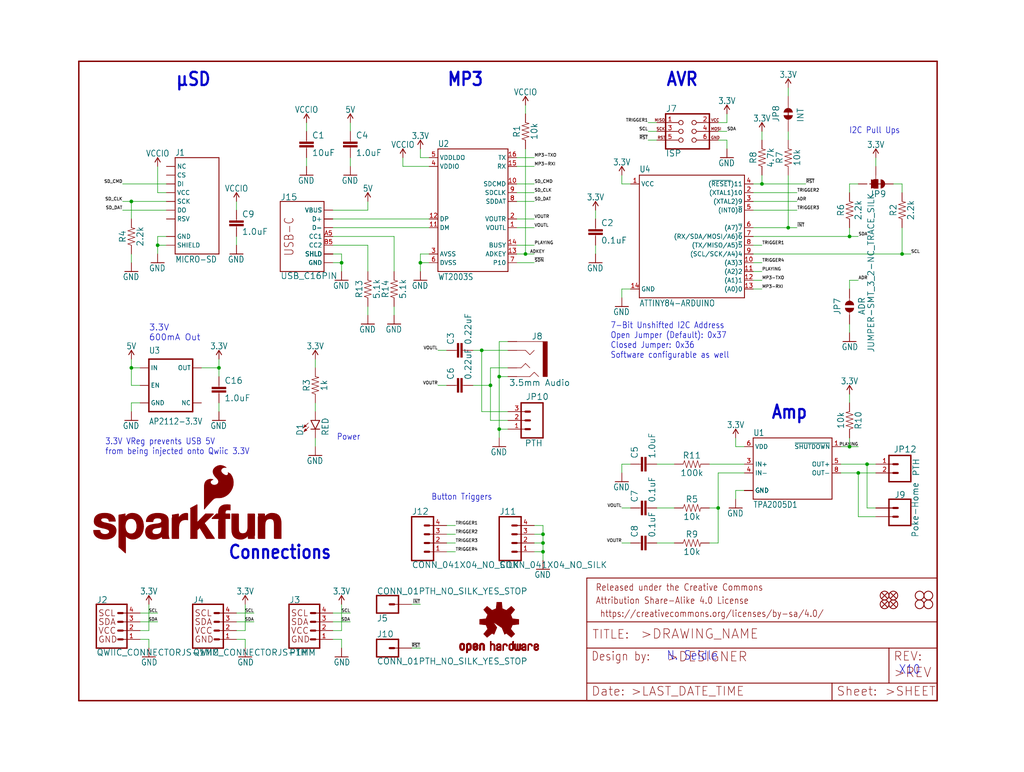
<source format=kicad_sch>
(kicad_sch (version 20211123) (generator eeschema)
  (paper "User" 297.002 223.926)
  (lib_symbols
    (symbol "schematicEagle-eagle-import:0.1UF-0603-25V-(+80{slash}-20%)"
      (property "Reference" "C" (at 1.524 2.921 0))
      (property "Value" "0.1UF-0603-25V-(+80{slash}-20%)" (at 1.524 -2.159 0))
      (symbol "0.1UF-0603-25V-(+80{slash}-20%)_1_0"
        (pin passive line (at 0 5.08 270) (length 2.54) (name "1") (number "1"))
        (pin passive line (at 0 -2.54 90) (length 2.54) (name "2") (number "2"))
      )
    )
    (symbol "schematicEagle-eagle-import:0.22UF-0603-25V-10%"
      (property "Reference" "C" (at 1.524 2.921 0))
      (property "Value" "0.22UF-0603-25V-10%" (at 1.524 -2.159 0))
      (symbol "0.22UF-0603-25V-10%_1_0"
        (pin passive line (at 0 5.08 270) (length 2.54) (name "1") (number "1"))
        (pin passive line (at 0 -2.54 90) (length 2.54) (name "2") (number "2"))
      )
    )
    (symbol "schematicEagle-eagle-import:1.0UF-0603-16V-10%"
      (property "Reference" "C" (at 1.524 2.921 0))
      (property "Value" "1.0UF-0603-16V-10%" (at 1.524 -2.159 0))
      (symbol "1.0UF-0603-16V-10%_1_0"
        (pin passive line (at 0 5.08 270) (length 2.54) (name "1") (number "1"))
        (pin passive line (at 0 -2.54 90) (length 2.54) (name "2") (number "2"))
      )
    )
    (symbol "schematicEagle-eagle-import:100KOHM-0603-1{slash}10W-1%"
      (property "Reference" "R" (at 0 1.524 0))
      (property "Value" "100KOHM-0603-1{slash}10W-1%" (at 0 -1.524 0))
      (symbol "100KOHM-0603-1{slash}10W-1%_1_0"
        (pin passive line (at -5.08 0 0) (length 2.54) (name "1") (number "1"))
        (pin passive line (at 5.08 0 180) (length 2.54) (name "2") (number "2"))
      )
    )
    (symbol "schematicEagle-eagle-import:10KOHM-0603-1{slash}10W-1%"
      (property "Reference" "R" (at 0 1.524 0))
      (property "Value" "10KOHM-0603-1{slash}10W-1%" (at 0 -1.524 0))
      (symbol "10KOHM-0603-1{slash}10W-1%_1_0"
        (pin passive line (at -5.08 0 0) (length 2.54) (name "1") (number "1"))
        (pin passive line (at 5.08 0 180) (length 2.54) (name "2") (number "2"))
      )
    )
    (symbol "schematicEagle-eagle-import:10UF-0603-6.3V-20%"
      (property "Reference" "C" (at 1.524 2.921 0))
      (property "Value" "10UF-0603-6.3V-20%" (at 1.524 -2.159 0))
      (symbol "10UF-0603-6.3V-20%_1_0"
        (pin passive line (at 0 5.08 270) (length 2.54) (name "1") (number "1"))
        (pin passive line (at 0 -2.54 90) (length 2.54) (name "2") (number "2"))
      )
    )
    (symbol "schematicEagle-eagle-import:1KOHM-0603-1{slash}10W-1%"
      (property "Reference" "R" (at 0 1.524 0))
      (property "Value" "1KOHM-0603-1{slash}10W-1%" (at 0 -1.524 0))
      (symbol "1KOHM-0603-1{slash}10W-1%_1_0"
        (pin passive line (at -5.08 0 0) (length 2.54) (name "1") (number "1"))
        (pin passive line (at 5.08 0 180) (length 2.54) (name "2") (number "2"))
      )
    )
    (symbol "schematicEagle-eagle-import:2.2KOHM-0603-1{slash}10W-1%"
      (property "Reference" "R" (at 0 1.524 0))
      (property "Value" "2.2KOHM-0603-1{slash}10W-1%" (at 0 -1.524 0))
      (symbol "2.2KOHM-0603-1{slash}10W-1%_1_0"
        (pin passive line (at -5.08 0 0) (length 2.54) (name "1") (number "1"))
        (pin passive line (at 5.08 0 180) (length 2.54) (name "2") (number "2"))
      )
    )
    (symbol "schematicEagle-eagle-import:3.3V" (power)
      (property "Value" "3.3V" (at 0 2.794 0))
      (symbol "3.3V_1_0"
        (pin power_in line (at 0 0 90) (length 2.54) (name "3.3V") (number "1"))
      )
    )
    (symbol "schematicEagle-eagle-import:4.7KOHM-0603-1{slash}10W-1%"
      (property "Reference" "R" (at 0 1.524 0))
      (property "Value" "4.7KOHM-0603-1{slash}10W-1%" (at 0 -1.524 0))
      (symbol "4.7KOHM-0603-1{slash}10W-1%_1_0"
        (pin passive line (at -5.08 0 0) (length 2.54) (name "1") (number "1"))
        (pin passive line (at 5.08 0 180) (length 2.54) (name "2") (number "2"))
      )
    )
    (symbol "schematicEagle-eagle-import:5.1KOHM5.1KOHM-0603-1{slash}10W-1%"
      (property "Reference" "R" (at 0 1.524 0))
      (property "Value" "5.1KOHM5.1KOHM-0603-1{slash}10W-1%" (at 0 -1.524 0))
      (symbol "5.1KOHM5.1KOHM-0603-1{slash}10W-1%_1_0"
        (pin passive line (at -5.08 0 0) (length 2.54) (name "1") (number "1"))
        (pin passive line (at 5.08 0 180) (length 2.54) (name "2") (number "2"))
      )
    )
    (symbol "schematicEagle-eagle-import:5V" (power)
      (property "Value" "5V" (at 0 2.794 0))
      (symbol "5V_1_0"
        (pin power_in line (at 0 0 90) (length 2.54) (name "5V") (number "1"))
      )
    )
    (symbol "schematicEagle-eagle-import:ATTINY84-ARDUINO"
      (property "Reference" "U" (at -15.24 18.542 0))
      (property "Value" "ATTINY84-ARDUINO" (at -15.24 -20.32 0))
      (symbol "ATTINY84-ARDUINO_1_0"
        (pin bidirectional line (at -17.78 15.24 0) (length 2.54) (name "VCC") (number "1"))
        (pin bidirectional line (at 17.78 -7.62 180) (length 2.54) (name "(A3)3") (number "10"))
        (pin bidirectional line (at 17.78 -10.16 180) (length 2.54) (name "(A2)2") (number "11"))
        (pin bidirectional line (at 17.78 -12.7 180) (length 2.54) (name "(A1)1") (number "12"))
        (pin bidirectional line (at 17.78 -15.24 180) (length 2.54) (name "(A0)0") (number "13"))
        (pin bidirectional line (at -17.78 -15.24 0) (length 2.54) (name "GND") (number "14"))
        (pin bidirectional line (at 17.78 12.7 180) (length 2.54) (name "(XTAL1)10") (number "2"))
        (pin bidirectional line (at 17.78 10.16 180) (length 2.54) (name "(XTAL2)9") (number "3"))
        (pin bidirectional line (at 17.78 15.24 180) (length 2.54) (name "(~{RESET})11") (number "4"))
        (pin bidirectional line (at 17.78 7.62 180) (length 2.54) (name "(INT0)~{8}") (number "5"))
        (pin bidirectional line (at 17.78 2.54 180) (length 2.54) (name "(A7)~{7}") (number "6"))
        (pin bidirectional line (at 17.78 0 180) (length 2.54) (name "(RX/SDA/MOSI/A6)~{6}") (number "7"))
        (pin bidirectional line (at 17.78 -2.54 180) (length 2.54) (name "(TX/MISO/A5)~{5}") (number "8"))
        (pin bidirectional line (at 17.78 -5.08 180) (length 2.54) (name "(SCL/SCK/A4)4") (number "9"))
      )
    )
    (symbol "schematicEagle-eagle-import:AUDIO_JACK_TRRSSMD_RA"
      (property "Reference" "J" (at -5.08 5.588 0))
      (property "Value" "AUDIO_JACK_TRRSSMD_RA" (at -5.08 -7.62 0))
      (symbol "AUDIO_JACK_TRRSSMD_RA_1_0"
        (pin bidirectional line (at 5.08 5.08 180) (length 2.54) (name "EARTH") (number "EARTH"))
        (pin bidirectional line (at 5.08 2.54 180) (length 2.54) (name "RING1") (number "RING1"))
        (pin bidirectional line (at 5.08 -5.08 180) (length 2.54) (name "RING2") (number "RING2"))
        (pin bidirectional line (at 5.08 -2.54 180) (length 2.54) (name "TIP") (number "TIP"))
      )
    )
    (symbol "schematicEagle-eagle-import:AVR_SPI_PROG_3X2TESTPOINTS"
      (property "Reference" "J" (at -5.08 5.588 0))
      (property "Value" "AVR_SPI_PROG_3X2TESTPOINTS" (at -5.08 -7.366 0))
      (symbol "AVR_SPI_PROG_3X2TESTPOINTS_1_0"
        (text "GND" (at 8.001 -2.286 0) (effects (font (size 0.8128 0.8128)) (justify left bottom)))
        (text "MISO" (at -5.207 2.794 0) (effects (font (size 0.8128 0.8128)) (justify right bottom)))
        (text "MOSI" (at 8.001 0.254 0) (effects (font (size 0.8128 0.8128)) (justify left bottom)))
        (text "RST" (at -5.08 -2.286 0) (effects (font (size 0.8128 0.8128)) (justify right bottom)))
        (text "SCK" (at -5.207 0.254 0) (effects (font (size 0.8128 0.8128)) (justify right bottom)))
        (text "VCC" (at 8.001 2.794 0) (effects (font (size 0.8128 0.8128)) (justify left bottom)))
        (pin passive inverted (at -7.62 2.54 0) (length 7.62) (name "1") (number "1"))
        (pin passive inverted (at 10.16 2.54 180) (length 7.62) (name "2") (number "2"))
        (pin passive inverted (at -7.62 0 0) (length 7.62) (name "3") (number "3"))
        (pin passive inverted (at 10.16 0 180) (length 7.62) (name "4") (number "4"))
        (pin passive inverted (at -7.62 -2.54 0) (length 7.62) (name "5") (number "5"))
        (pin passive inverted (at 10.16 -2.54 180) (length 7.62) (name "6") (number "6"))
      )
    )
    (symbol "schematicEagle-eagle-import:CONN_01PTH_NO_SILK_YES_STOP"
      (property "Reference" "J" (at -2.54 3.048 0))
      (property "Value" "CONN_01PTH_NO_SILK_YES_STOP" (at -2.54 -4.826 0))
      (symbol "CONN_01PTH_NO_SILK_YES_STOP_1_0"
        (pin passive line (at 7.62 0 180) (length 5.08) (name "1") (number "1"))
      )
    )
    (symbol "schematicEagle-eagle-import:CONN_021X02_NO_SILK"
      (property "Reference" "J" (at -2.54 5.588 0))
      (property "Value" "CONN_021X02_NO_SILK" (at -2.54 -4.826 0))
      (symbol "CONN_021X02_NO_SILK_1_0"
        (pin passive line (at 7.62 0 180) (length 5.08) (name "1") (number "1"))
        (pin passive line (at 7.62 2.54 180) (length 5.08) (name "2") (number "2"))
      )
    )
    (symbol "schematicEagle-eagle-import:CONN_02SMALL_POKEHOME"
      (property "Reference" "J" (at -2.54 5.588 0))
      (property "Value" "CONN_02SMALL_POKEHOME" (at -2.54 -4.826 0))
      (symbol "CONN_02SMALL_POKEHOME_1_0"
        (pin passive line (at 7.62 0 180) (length 5.08) (name "1") (number "P1"))
        (pin passive line (at 7.62 2.54 180) (length 5.08) (name "2") (number "P2"))
        (pin passive line (at 7.62 0 180) (length 5.08) (name "1") (number "P3"))
        (pin passive line (at 7.62 2.54 180) (length 5.08) (name "2") (number "P4"))
      )
    )
    (symbol "schematicEagle-eagle-import:CONN_031X03_NO_SILK"
      (property "Reference" "J" (at -2.54 5.588 0))
      (property "Value" "CONN_031X03_NO_SILK" (at -2.54 -7.366 0))
      (symbol "CONN_031X03_NO_SILK_1_0"
        (pin passive line (at 7.62 -2.54 180) (length 5.08) (name "1") (number "1"))
        (pin passive line (at 7.62 0 180) (length 5.08) (name "2") (number "2"))
        (pin passive line (at 7.62 2.54 180) (length 5.08) (name "3") (number "3"))
      )
    )
    (symbol "schematicEagle-eagle-import:CONN_041X04_NO_SILK"
      (property "Reference" "J" (at -5.08 8.128 0))
      (property "Value" "CONN_041X04_NO_SILK" (at -5.08 -7.366 0))
      (symbol "CONN_041X04_NO_SILK_1_0"
        (pin passive line (at 5.08 -2.54 180) (length 5.08) (name "1") (number "1"))
        (pin passive line (at 5.08 0 180) (length 5.08) (name "2") (number "2"))
        (pin passive line (at 5.08 2.54 180) (length 5.08) (name "3") (number "3"))
        (pin passive line (at 5.08 5.08 180) (length 5.08) (name "4") (number "4"))
      )
    )
    (symbol "schematicEagle-eagle-import:FIDUCIALUFIDUCIAL")
    (symbol "schematicEagle-eagle-import:FRAME-LETTER"
      (symbol "FRAME-LETTER_2_0"
        (text " https://creativecommons.org/licenses/by-sa/4.0/" (at 2.54 24.13 0) (effects (font (size 1.9304 1.6408)) (justify left bottom)))
        (text ">DESIGNER" (at 23.114 11.176 0) (effects (font (size 2.7432 2.7432)) (justify left bottom)))
        (text ">DRAWING_NAME" (at 15.494 17.78 0) (effects (font (size 2.7432 2.7432)) (justify left bottom)))
        (text ">LAST_DATE_TIME" (at 12.7 1.27 0) (effects (font (size 2.54 2.54)) (justify left bottom)))
        (text ">REV" (at 88.9 6.604 0) (effects (font (size 2.7432 2.7432)) (justify left bottom)))
        (text ">SHEET" (at 86.36 1.27 0) (effects (font (size 2.54 2.54)) (justify left bottom)))
        (text "Attribution Share-Alike 4.0 License" (at 2.54 27.94 0) (effects (font (size 1.9304 1.6408)) (justify left bottom)))
        (text "Date:" (at 1.27 1.27 0) (effects (font (size 2.54 2.54)) (justify left bottom)))
        (text "Design by:" (at 1.27 11.43 0) (effects (font (size 2.54 2.159)) (justify left bottom)))
        (text "Released under the Creative Commons" (at 2.54 31.75 0) (effects (font (size 1.9304 1.6408)) (justify left bottom)))
        (text "REV:" (at 88.9 11.43 0) (effects (font (size 2.54 2.54)) (justify left bottom)))
        (text "Sheet:" (at 72.39 1.27 0) (effects (font (size 2.54 2.54)) (justify left bottom)))
        (text "TITLE:" (at 1.524 17.78 0) (effects (font (size 2.54 2.54)) (justify left bottom)))
      )
    )
    (symbol "schematicEagle-eagle-import:GND" (power)
      (property "Value" "GND" (at 0 -0.254 0))
      (symbol "GND_1_0"
        (pin power_in line (at 0 2.54 270) (length 2.54) (name "GND") (number "1"))
      )
    )
    (symbol "schematicEagle-eagle-import:I2C_STANDARD_NO_SILK"
      (property "Reference" "J" (at -5.08 7.874 0))
      (property "Value" "I2C_STANDARD_NO_SILK" (at -5.08 -5.334 0))
      (symbol "I2C_STANDARD_NO_SILK_1_0"
        (text "GND" (at -4.572 -2.54 0) (effects (font (size 1.778 1.778)) (justify left)))
        (text "SCL" (at -4.572 5.08 0) (effects (font (size 1.778 1.778)) (justify left)))
        (text "SDA" (at -4.572 2.54 0) (effects (font (size 1.778 1.778)) (justify left)))
        (text "VCC" (at -4.572 0 0) (effects (font (size 1.778 1.778)) (justify left)))
        (pin power_in line (at 7.62 -2.54 180) (length 5.08) (name "GND") (number "1"))
        (pin power_in line (at 7.62 0 180) (length 5.08) (name "VCC") (number "2"))
        (pin passive line (at 7.62 2.54 180) (length 5.08) (name "SDA") (number "3"))
        (pin passive line (at 7.62 5.08 180) (length 5.08) (name "SCL") (number "4"))
      )
    )
    (symbol "schematicEagle-eagle-import:JUMPER-SMT_2_NC_TRACE_SILK"
      (property "Reference" "JP" (at -2.54 2.54 0))
      (property "Value" "JUMPER-SMT_2_NC_TRACE_SILK" (at -2.54 -2.54 0))
      (symbol "JUMPER-SMT_2_NC_TRACE_SILK_1_0"
        (pin passive line (at -5.08 0 0) (length 2.54) (name "1") (number "1"))
        (pin passive line (at 5.08 0 180) (length 2.54) (name "2") (number "2"))
      )
    )
    (symbol "schematicEagle-eagle-import:JUMPER-SMT_2_NO_SILK"
      (property "Reference" "JP" (at -2.54 2.54 0))
      (property "Value" "JUMPER-SMT_2_NO_SILK" (at -2.54 -2.54 0))
      (symbol "JUMPER-SMT_2_NO_SILK_1_0"
        (pin passive line (at -5.08 0 0) (length 2.54) (name "1") (number "1"))
        (pin passive line (at 5.08 0 180) (length 2.54) (name "2") (number "2"))
      )
    )
    (symbol "schematicEagle-eagle-import:JUMPER-SMT_3_2-NC_TRACE_SILK"
      (property "Reference" "JP" (at 2.54 0.381 0))
      (property "Value" "JUMPER-SMT_3_2-NC_TRACE_SILK" (at 2.54 -0.381 0))
      (symbol "JUMPER-SMT_3_2-NC_TRACE_SILK_1_0"
        (pin passive line (at 0 5.08 270) (length 2.54) (name "1") (number "1"))
        (pin passive line (at -5.08 0 0) (length 2.54) (name "2") (number "2"))
        (pin passive line (at 0 -5.08 90) (length 2.54) (name "3") (number "3"))
      )
    )
    (symbol "schematicEagle-eagle-import:LED-RED0603"
      (property "Reference" "D" (at -3.429 -4.572 90))
      (property "Value" "LED-RED0603" (at 1.905 -4.572 90))
      (symbol "LED-RED0603_1_0"
        (pin passive line (at 0 2.54 270) (length 2.54) (name "A") (number "A"))
        (pin passive line (at 0 -5.08 90) (length 2.54) (name "C") (number "C"))
      )
    )
    (symbol "schematicEagle-eagle-import:MICRO-SD_CARD_SOCKETPUSH-PUSH"
      (property "Reference" "J" (at -5.08 15.748 0))
      (property "Value" "MICRO-SD_CARD_SOCKETPUSH-PUSH" (at -5.08 -15.24 0))
      (symbol "MICRO-SD_CARD_SOCKETPUSH-PUSH_1_0"
        (pin bidirectional line (at -7.62 -10.16 0) (length 2.54) (name "SHIELD") (number "CD1"))
        (pin bidirectional line (at -7.62 10.16 0) (length 2.54) (name "CS") (number "CS"))
        (pin bidirectional line (at -7.62 7.62 0) (length 2.54) (name "DI") (number "DI"))
        (pin bidirectional line (at -7.62 0 0) (length 2.54) (name "DO") (number "DO"))
        (pin bidirectional line (at -7.62 -7.62 0) (length 2.54) (name "GND") (number "GND"))
        (pin bidirectional line (at -7.62 -2.54 0) (length 2.54) (name "RSV") (number "RSV1"))
        (pin bidirectional line (at -7.62 12.7 0) (length 2.54) (name "NC") (number "RSV2"))
        (pin bidirectional line (at -7.62 2.54 0) (length 2.54) (name "SCK") (number "SCLK"))
        (pin bidirectional line (at -7.62 5.08 0) (length 2.54) (name "VCC") (number "VCC"))
      )
    )
    (symbol "schematicEagle-eagle-import:OSHW-LOGOMINI")
    (symbol "schematicEagle-eagle-import:QWIIC_CONNECTORJS-1MM"
      (property "Reference" "J" (at -5.08 7.874 0))
      (property "Value" "QWIIC_CONNECTORJS-1MM" (at -5.08 -5.334 0))
      (symbol "QWIIC_CONNECTORJS-1MM_1_0"
        (text "GND" (at -4.572 -2.54 0) (effects (font (size 1.778 1.778)) (justify left)))
        (text "SCL" (at -4.572 5.08 0) (effects (font (size 1.778 1.778)) (justify left)))
        (text "SDA" (at -4.572 2.54 0) (effects (font (size 1.778 1.778)) (justify left)))
        (text "VCC" (at -4.572 0 0) (effects (font (size 1.778 1.778)) (justify left)))
        (pin power_in line (at 7.62 -2.54 180) (length 5.08) (name "1") (number "1"))
        (pin power_in line (at 7.62 0 180) (length 5.08) (name "2") (number "2"))
        (pin passive line (at 7.62 2.54 180) (length 5.08) (name "3") (number "3"))
        (pin passive line (at 7.62 5.08 180) (length 5.08) (name "4") (number "4"))
      )
    )
    (symbol "schematicEagle-eagle-import:SFE_LOGO_NAME.1_INCH")
    (symbol "schematicEagle-eagle-import:SFE_LOGO_NAME_FLAME.1_INCH")
    (symbol "schematicEagle-eagle-import:STAND-OFF")
    (symbol "schematicEagle-eagle-import:TPA2005D1DRB"
      (property "Reference" "U" (at -10.16 8.128 0))
      (property "Value" "TPA2005D1DRB" (at -10.16 -12.7 0))
      (symbol "TPA2005D1DRB_1_0"
        (pin input line (at 15.24 5.08 180) (length 2.54) (name "~{SHUTDOWN}") (number "1"))
        (pin power_in line (at -12.7 -7.62 0) (length 2.54) (name "GND") (number "10"))
        (pin power_in line (at -12.7 -7.62 0) (length 2.54) (name "GND") (number "11"))
        (pin power_in line (at -12.7 -7.62 0) (length 2.54) (name "GND") (number "12"))
        (pin power_in line (at -12.7 -7.62 0) (length 2.54) (name "GND") (number "13"))
        (pin bidirectional line (at -12.7 0 0) (length 2.54) (name "IN+") (number "3"))
        (pin bidirectional line (at -12.7 -2.54 0) (length 2.54) (name "IN-") (number "4"))
        (pin bidirectional line (at 15.24 0 180) (length 2.54) (name "OUT+") (number "5"))
        (pin power_in line (at -12.7 5.08 0) (length 2.54) (name "VDD") (number "6"))
        (pin power_in line (at -12.7 -7.62 0) (length 2.54) (name "GND") (number "7"))
        (pin bidirectional line (at 15.24 -2.54 180) (length 2.54) (name "OUT-") (number "8"))
        (pin power_in line (at -12.7 -7.62 0) (length 2.54) (name "GND") (number "9"))
      )
    )
    (symbol "schematicEagle-eagle-import:USB_C16PIN"
      (property "Reference" "J" (at -2.54 10.414 0))
      (property "Value" "USB_C16PIN" (at -2.54 -12.446 0))
      (symbol "USB_C16PIN_1_0"
        (text "USB-C" (at 0 0 900) (effects (font (size 2.54 2.159))))
        (pin bidirectional line (at 12.7 0 180) (length 2.54) (name "CC1") (number "A5"))
        (pin bidirectional line (at 12.7 5.08 180) (length 2.54) (name "D+") (number "A6"))
        (pin bidirectional line (at 12.7 2.54 180) (length 2.54) (name "D-") (number "A7"))
        (pin bidirectional line (at 12.7 -2.54 180) (length 2.54) (name "CC2") (number "B5"))
        (pin bidirectional line (at 12.7 5.08 180) (length 2.54) (name "D+") (number "B6"))
        (pin bidirectional line (at 12.7 2.54 180) (length 2.54) (name "D-") (number "B7"))
        (pin bidirectional line (at 12.7 -7.62 180) (length 2.54) (name "GND") (number "GND"))
        (pin bidirectional line (at 12.7 -7.62 180) (length 2.54) (name "GND") (number "GND2"))
        (pin bidirectional line (at 12.7 -5.08 180) (length 2.54) (name "SHLD") (number "SHLD1"))
        (pin bidirectional line (at 12.7 -5.08 180) (length 2.54) (name "SHLD") (number "SHLD2"))
        (pin bidirectional line (at 12.7 -5.08 180) (length 2.54) (name "SHLD") (number "SHLD3"))
        (pin bidirectional line (at 12.7 -5.08 180) (length 2.54) (name "SHLD") (number "SHLD4"))
        (pin bidirectional line (at 12.7 -5.08 180) (length 2.54) (name "SHLD") (number "SHLD5"))
        (pin bidirectional line (at 12.7 -5.08 180) (length 2.54) (name "SHLD") (number "SHLD6"))
        (pin bidirectional line (at 12.7 -5.08 180) (length 2.54) (name "SHLD") (number "SHLD7"))
        (pin bidirectional line (at 12.7 -5.08 180) (length 2.54) (name "SHLD") (number "SHLD8"))
        (pin bidirectional line (at 12.7 7.62 180) (length 2.54) (name "VBUS") (number "VBUS1"))
        (pin bidirectional line (at 12.7 7.62 180) (length 2.54) (name "VBUS") (number "VBUS2"))
      )
    )
    (symbol "schematicEagle-eagle-import:VCCIO" (power)
      (property "Value" "VCCIO" (at 0 2.794 0))
      (symbol "VCCIO_1_0"
        (pin power_in line (at 0 0 90) (length 2.54) (name "VCCIO") (number "1"))
      )
    )
    (symbol "schematicEagle-eagle-import:V_REG_AP2112K-3.3V"
      (property "Reference" "U" (at -7.62 9.144 0))
      (property "Value" "V_REG_AP2112K-3.3V" (at -7.62 -11.43 0))
      (symbol "V_REG_AP2112K-3.3V_1_0"
        (pin input line (at -10.16 5.08 0) (length 2.54) (name "IN") (number "1"))
        (pin input line (at -10.16 -5.08 0) (length 2.54) (name "GND") (number "2"))
        (pin input line (at -10.16 0 0) (length 2.54) (name "EN") (number "3"))
        (pin input line (at 7.62 -5.08 180) (length 2.54) (name "NC") (number "4"))
        (pin passive line (at 7.62 5.08 180) (length 2.54) (name "OUT") (number "5"))
      )
    )
    (symbol "schematicEagle-eagle-import:WT2003S"
      (property "Reference" "U" (at -10.16 18.288 0))
      (property "Value" "WT2003S" (at -10.16 -20.32 0))
      (symbol "WT2003S_1_0"
        (pin bidirectional line (at 12.7 -5.08 180) (length 2.54) (name "VOUTL") (number "1"))
        (pin bidirectional line (at 12.7 7.62 180) (length 2.54) (name "SDCMD") (number "10"))
        (pin bidirectional line (at -12.7 -5.08 0) (length 2.54) (name "DM") (number "11"))
        (pin bidirectional line (at -12.7 -2.54 0) (length 2.54) (name "DP") (number "12"))
        (pin bidirectional line (at 12.7 -12.7 180) (length 2.54) (name "ADKEY") (number "13"))
        (pin bidirectional line (at 12.7 -10.16 180) (length 2.54) (name "BUSY") (number "14"))
        (pin bidirectional line (at 12.7 12.7 180) (length 2.54) (name "RX") (number "15"))
        (pin bidirectional line (at 12.7 15.24 180) (length 2.54) (name "TX") (number "16"))
        (pin bidirectional line (at 12.7 -2.54 180) (length 2.54) (name "VOUTR") (number "2"))
        (pin bidirectional line (at -12.7 -12.7 0) (length 2.54) (name "AVSS") (number "3"))
        (pin bidirectional line (at -12.7 12.7 0) (length 2.54) (name "VDDIO") (number "4"))
        (pin bidirectional line (at -12.7 15.24 0) (length 2.54) (name "VDDLDO") (number "5"))
        (pin bidirectional line (at -12.7 -15.24 0) (length 2.54) (name "DVSS") (number "6"))
        (pin bidirectional line (at 12.7 -15.24 180) (length 2.54) (name "P10") (number "7"))
        (pin bidirectional line (at 12.7 2.54 180) (length 2.54) (name "SDDAT") (number "8"))
        (pin bidirectional line (at 12.7 5.08 180) (length 2.54) (name "SDCLK") (number "9"))
      )
    )
  )
  (junction (at 63.5 106.68))
  (junction (at 144.78 124.46))
  (junction (at 248.92 137.16))
  (junction (at 152.4 73.66))
  (junction (at 157.48 160.02))
  (junction (at 157.48 154.94))
  (junction (at 38.1 58.42))
  (junction (at 246.38 68.58))
  (junction (at 144.78 109.22))
  (junction (at 261.62 73.66))
  (junction (at 251.46 134.62))
  (junction (at 220.98 53.34))
  (junction (at 38.1 106.68))
  (junction (at 45.72 71.12))
  (junction (at 208.28 147.32))
  (junction (at 246.38 129.54))
  (junction (at 121.92 76.2))
  (junction (at 142.24 111.76))
  (junction (at 157.48 157.48))
  (junction (at 99.06 76.2))
  (junction (at 139.7 101.6))
  (junction (at 228.6 66.04))
  (wire (pts (xy 147.32 121.92) (xy 142.24 121.92)))
  (wire (pts (xy 246.38 93.98) (xy 246.38 96.52)))
  (wire (pts (xy 124.46 48.26) (xy 116.84 48.26)))
  (wire (pts (xy 119.38 175.26) (xy 121.92 175.26)))
  (wire (pts (xy 251.46 147.32) (xy 254 147.32)))
  (wire (pts (xy 119.38 187.96) (xy 121.92 187.96)))
  (wire (pts (xy 96.52 73.66) (xy 99.06 73.66)))
  (wire (pts (xy 228.6 38.1) (xy 228.6 40.64)))
  (wire (pts (xy 157.48 160.02) (xy 157.48 162.56)))
  (wire (pts (xy 40.64 182.88) (xy 43.18 182.88)))
  (wire (pts (xy 129.54 160.02) (xy 132.08 160.02)))
  (wire (pts (xy 38.1 76.2) (xy 38.1 73.66)))
  (wire (pts (xy 40.64 185.42) (xy 43.18 185.42)))
  (wire (pts (xy 215.9 129.54) (xy 213.36 129.54)))
  (wire (pts (xy 246.38 83.82) (xy 246.38 81.28)))
  (wire (pts (xy 246.38 81.28) (xy 248.92 81.28)))
  (wire (pts (xy 243.84 134.62) (xy 251.46 134.62)))
  (wire (pts (xy 195.58 147.32) (xy 190.5 147.32)))
  (wire (pts (xy 142.24 106.68) (xy 142.24 111.76)))
  (wire (pts (xy 220.98 40.64) (xy 220.98 38.1)))
  (wire (pts (xy 96.52 60.96) (xy 106.68 60.96)))
  (wire (pts (xy 45.72 55.88) (xy 45.72 48.26)))
  (wire (pts (xy 137.16 101.6) (xy 139.7 101.6)))
  (wire (pts (xy 180.34 134.62) (xy 180.34 137.16)))
  (wire (pts (xy 101.6 35.56) (xy 101.6 38.1)))
  (wire (pts (xy 124.46 45.72) (xy 121.92 45.72)))
  (wire (pts (xy 218.44 60.96) (xy 231.14 60.96)))
  (wire (pts (xy 218.44 73.66) (xy 261.62 73.66)))
  (wire (pts (xy 99.06 73.66) (xy 99.06 76.2)))
  (wire (pts (xy 91.44 129.54) (xy 91.44 127)))
  (wire (pts (xy 248.92 137.16) (xy 243.84 137.16)))
  (wire (pts (xy 251.46 134.62) (xy 254 134.62)))
  (wire (pts (xy 248.92 53.34) (xy 246.38 53.34)))
  (wire (pts (xy 261.62 66.04) (xy 261.62 73.66)))
  (wire (pts (xy 246.38 129.54) (xy 243.84 129.54)))
  (wire (pts (xy 213.36 129.54) (xy 213.36 127)))
  (wire (pts (xy 149.86 58.42) (xy 154.94 58.42)))
  (wire (pts (xy 218.44 58.42) (xy 231.14 58.42)))
  (wire (pts (xy 208.28 157.48) (xy 208.28 147.32)))
  (wire (pts (xy 144.78 109.22) (xy 147.32 109.22)))
  (wire (pts (xy 48.26 71.12) (xy 45.72 71.12)))
  (wire (pts (xy 96.52 180.34) (xy 101.6 180.34)))
  (wire (pts (xy 121.92 76.2) (xy 121.92 78.74)))
  (wire (pts (xy 63.5 106.68) (xy 63.5 104.14)))
  (wire (pts (xy 38.1 106.68) (xy 40.64 106.68)))
  (wire (pts (xy 254 48.26) (xy 254 45.72)))
  (wire (pts (xy 40.64 116.84) (xy 38.1 116.84)))
  (wire (pts (xy 218.44 53.34) (xy 220.98 53.34)))
  (wire (pts (xy 71.12 185.42) (xy 71.12 187.96)))
  (wire (pts (xy 48.26 55.88) (xy 45.72 55.88)))
  (wire (pts (xy 261.62 73.66) (xy 264.16 73.66)))
  (wire (pts (xy 43.18 185.42) (xy 43.18 187.96)))
  (wire (pts (xy 45.72 68.58) (xy 45.72 71.12)))
  (wire (pts (xy 144.78 99.06) (xy 144.78 109.22)))
  (wire (pts (xy 38.1 58.42) (xy 35.56 58.42)))
  (wire (pts (xy 147.32 124.46) (xy 144.78 124.46)))
  (wire (pts (xy 142.24 121.92) (xy 142.24 111.76)))
  (wire (pts (xy 121.92 45.72) (xy 121.92 43.18)))
  (wire (pts (xy 205.74 134.62) (xy 215.9 134.62)))
  (wire (pts (xy 208.28 40.64) (xy 210.82 40.64)))
  (wire (pts (xy 88.9 45.72) (xy 88.9 48.26)))
  (wire (pts (xy 149.86 73.66) (xy 152.4 73.66)))
  (wire (pts (xy 190.5 40.64) (xy 187.96 40.64)))
  (wire (pts (xy 248.92 129.54) (xy 246.38 129.54)))
  (wire (pts (xy 154.94 152.4) (xy 157.48 152.4)))
  (wire (pts (xy 45.72 71.12) (xy 45.72 73.66)))
  (wire (pts (xy 96.52 63.5) (xy 124.46 63.5)))
  (wire (pts (xy 205.74 157.48) (xy 208.28 157.48)))
  (wire (pts (xy 40.64 177.8) (xy 45.72 177.8)))
  (wire (pts (xy 106.68 60.96) (xy 106.68 58.42)))
  (wire (pts (xy 190.5 35.56) (xy 187.96 35.56)))
  (wire (pts (xy 96.52 185.42) (xy 99.06 185.42)))
  (wire (pts (xy 218.44 68.58) (xy 246.38 68.58)))
  (wire (pts (xy 48.26 60.96) (xy 35.56 60.96)))
  (wire (pts (xy 172.72 63.5) (xy 172.72 60.96)))
  (wire (pts (xy 149.86 63.5) (xy 154.94 63.5)))
  (wire (pts (xy 152.4 73.66) (xy 152.4 43.18)))
  (wire (pts (xy 68.58 71.12) (xy 68.58 68.58)))
  (wire (pts (xy 68.58 58.42) (xy 68.58 60.96)))
  (wire (pts (xy 149.86 71.12) (xy 154.94 71.12)))
  (wire (pts (xy 182.88 83.82) (xy 180.34 83.82)))
  (wire (pts (xy 220.98 53.34) (xy 233.68 53.34)))
  (wire (pts (xy 259.08 53.34) (xy 261.62 53.34)))
  (wire (pts (xy 144.78 124.46) (xy 144.78 109.22)))
  (wire (pts (xy 91.44 106.68) (xy 91.44 104.14)))
  (wire (pts (xy 38.1 111.76) (xy 38.1 106.68)))
  (wire (pts (xy 208.28 137.16) (xy 208.28 147.32)))
  (wire (pts (xy 48.26 68.58) (xy 45.72 68.58)))
  (wire (pts (xy 251.46 134.62) (xy 251.46 147.32)))
  (wire (pts (xy 124.46 76.2) (xy 121.92 76.2)))
  (wire (pts (xy 106.68 91.44) (xy 106.68 88.9)))
  (wire (pts (xy 220.98 81.28) (xy 218.44 81.28)))
  (wire (pts (xy 208.28 35.56) (xy 210.82 35.56)))
  (wire (pts (xy 218.44 66.04) (xy 228.6 66.04)))
  (wire (pts (xy 208.28 38.1) (xy 210.82 38.1)))
  (wire (pts (xy 261.62 53.34) (xy 261.62 55.88)))
  (wire (pts (xy 220.98 53.34) (xy 220.98 50.8)))
  (wire (pts (xy 38.1 116.84) (xy 38.1 119.38)))
  (wire (pts (xy 38.1 104.14) (xy 38.1 106.68)))
  (wire (pts (xy 99.06 185.42) (xy 99.06 187.96)))
  (wire (pts (xy 157.48 157.48) (xy 157.48 160.02)))
  (wire (pts (xy 88.9 35.56) (xy 88.9 38.1)))
  (wire (pts (xy 91.44 119.38) (xy 91.44 116.84)))
  (wire (pts (xy 96.52 66.04) (xy 124.46 66.04)))
  (wire (pts (xy 210.82 40.64) (xy 210.82 43.18)))
  (wire (pts (xy 180.34 53.34) (xy 180.34 50.8)))
  (wire (pts (xy 121.92 73.66) (xy 121.92 76.2)))
  (wire (pts (xy 96.52 71.12) (xy 106.68 71.12)))
  (wire (pts (xy 101.6 48.26) (xy 101.6 45.72)))
  (wire (pts (xy 228.6 25.4) (xy 228.6 27.94)))
  (wire (pts (xy 63.5 106.68) (xy 63.5 109.22)))
  (wire (pts (xy 68.58 180.34) (xy 73.66 180.34)))
  (wire (pts (xy 157.48 152.4) (xy 157.48 154.94)))
  (wire (pts (xy 129.54 157.48) (xy 132.08 157.48)))
  (wire (pts (xy 246.38 68.58) (xy 248.92 68.58)))
  (wire (pts (xy 38.1 63.5) (xy 38.1 58.42)))
  (wire (pts (xy 99.06 182.88) (xy 99.06 175.26)))
  (wire (pts (xy 157.48 154.94) (xy 157.48 157.48)))
  (wire (pts (xy 228.6 66.04) (xy 231.14 66.04)))
  (wire (pts (xy 48.26 53.34) (xy 35.56 53.34)))
  (wire (pts (xy 208.28 147.32) (xy 205.74 147.32)))
  (wire (pts (xy 190.5 134.62) (xy 195.58 134.62)))
  (wire (pts (xy 182.88 157.48) (xy 180.34 157.48)))
  (wire (pts (xy 218.44 55.88) (xy 231.14 55.88)))
  (wire (pts (xy 114.3 68.58) (xy 114.3 78.74)))
  (wire (pts (xy 228.6 50.8) (xy 228.6 66.04)))
  (wire (pts (xy 246.38 66.04) (xy 246.38 68.58)))
  (wire (pts (xy 48.26 58.42) (xy 38.1 58.42)))
  (wire (pts (xy 40.64 111.76) (xy 38.1 111.76)))
  (wire (pts (xy 149.86 66.04) (xy 154.94 66.04)))
  (wire (pts (xy 96.52 177.8) (xy 101.6 177.8)))
  (wire (pts (xy 152.4 73.66) (xy 154.94 73.66)))
  (wire (pts (xy 129.54 101.6) (xy 127 101.6)))
  (wire (pts (xy 116.84 48.26) (xy 116.84 45.72)))
  (wire (pts (xy 114.3 91.44) (xy 114.3 88.9)))
  (wire (pts (xy 254 137.16) (xy 248.92 137.16)))
  (wire (pts (xy 149.86 53.34) (xy 154.94 53.34)))
  (wire (pts (xy 180.34 83.82) (xy 180.34 86.36)))
  (wire (pts (xy 147.32 101.6) (xy 139.7 101.6)))
  (wire (pts (xy 154.94 160.02) (xy 157.48 160.02)))
  (wire (pts (xy 106.68 71.12) (xy 106.68 78.74)))
  (wire (pts (xy 71.12 182.88) (xy 71.12 175.26)))
  (wire (pts (xy 40.64 180.34) (xy 45.72 180.34)))
  (wire (pts (xy 246.38 53.34) (xy 246.38 55.88)))
  (wire (pts (xy 63.5 106.68) (xy 58.42 106.68)))
  (wire (pts (xy 124.46 73.66) (xy 121.92 73.66)))
  (wire (pts (xy 147.32 99.06) (xy 144.78 99.06)))
  (wire (pts (xy 210.82 33.02) (xy 210.82 35.56)))
  (wire (pts (xy 139.7 119.38) (xy 139.7 101.6)))
  (wire (pts (xy 215.9 137.16) (xy 208.28 137.16)))
  (wire (pts (xy 154.94 157.48) (xy 157.48 157.48)))
  (wire (pts (xy 182.88 147.32) (xy 180.34 147.32)))
  (wire (pts (xy 99.06 76.2) (xy 99.06 78.74)))
  (wire (pts (xy 218.44 78.74) (xy 220.98 78.74)))
  (wire (pts (xy 137.16 111.76) (xy 142.24 111.76)))
  (wire (pts (xy 96.52 76.2) (xy 99.06 76.2)))
  (wire (pts (xy 96.52 182.88) (xy 99.06 182.88)))
  (wire (pts (xy 147.32 119.38) (xy 139.7 119.38)))
  (wire (pts (xy 218.44 76.2) (xy 220.98 76.2)))
  (wire (pts (xy 149.86 48.26) (xy 154.94 48.26)))
  (wire (pts (xy 129.54 152.4) (xy 132.08 152.4)))
  (wire (pts (xy 248.92 149.86) (xy 248.92 137.16)))
  (wire (pts (xy 190.5 38.1) (xy 187.96 38.1)))
  (wire (pts (xy 154.94 154.94) (xy 157.48 154.94)))
  (wire (pts (xy 246.38 127) (xy 246.38 129.54)))
  (wire (pts (xy 63.5 119.38) (xy 63.5 116.84)))
  (wire (pts (xy 246.38 114.3) (xy 246.38 116.84)))
  (wire (pts (xy 43.18 182.88) (xy 43.18 175.26)))
  (wire (pts (xy 182.88 53.34) (xy 180.34 53.34)))
  (wire (pts (xy 147.32 106.68) (xy 142.24 106.68)))
  (wire (pts (xy 68.58 182.88) (xy 71.12 182.88)))
  (wire (pts (xy 68.58 185.42) (xy 71.12 185.42)))
  (wire (pts (xy 149.86 45.72) (xy 154.94 45.72)))
  (wire (pts (xy 129.54 154.94) (xy 132.08 154.94)))
  (wire (pts (xy 144.78 127) (xy 144.78 124.46)))
  (wire (pts (xy 213.36 142.24) (xy 213.36 144.78)))
  (wire (pts (xy 152.4 30.48) (xy 152.4 33.02)))
  (wire (pts (xy 215.9 142.24) (xy 213.36 142.24)))
  (wire (pts (xy 254 149.86) (xy 248.92 149.86)))
  (wire (pts (xy 68.58 177.8) (xy 73.66 177.8)))
  (wire (pts (xy 218.44 83.82) (xy 220.98 83.82)))
  (wire (pts (xy 149.86 76.2) (xy 154.94 76.2)))
  (wire (pts (xy 172.72 71.12) (xy 172.72 73.66)))
  (wire (pts (xy 182.88 134.62) (xy 180.34 134.62)))
  (wire (pts (xy 129.54 111.76) (xy 127 111.76)))
  (wire (pts (xy 195.58 157.48) (xy 190.5 157.48)))
  (wire (pts (xy 149.86 55.88) (xy 154.94 55.88)))
  (wire (pts (xy 218.44 71.12) (xy 220.98 71.12)))
  (wire (pts (xy 96.52 68.58) (xy 114.3 68.58)))
  (text "μSD" (at 50.8 25.4 180) (effects (font (size 3.81 3.2385) (thickness 0.6477) bold) (justify left bottom)))
  (text "N. Seidle" (at 193.294 191.77 180) (effects (font (size 2.54 2.159)) (justify left bottom)))
  (text "3.3V VReg prevents USB 5V\nfrom being injected onto Qwiic 3.3V" (at 30.48 132.08 0) (effects (font (size 1.778 1.5113)) (justify left bottom)))
  (text "3.3V\n600mA Out" (at 43.18 99.06 180) (effects (font (size 1.778 1.778)) (justify left bottom)))
  (text "Amp" (at 223.52 121.92 180) (effects (font (size 3.81 3.2385) (thickness 0.6477) bold) (justify left bottom)))
  (text "I2C Pull Ups" (at 246.253 38.989 180) (effects (font (size 1.778 1.5113)) (justify left bottom)))
  (text "X10" (at 260.604 195.834 180) (effects (font (size 2.54 2.159)) (justify left bottom)))
  (text "Connections" (at 66.04 162.56 180) (effects (font (size 3.81 3.2385) (thickness 0.6477) bold) (justify left bottom)))
  (text "7-Bit Unshifted I2C Address\nOpen Jumper (Default): 0x37\nClosed Jumper: 0x36\nSoftware configurable as well" (at 177.038 104.14 0) (effects (font (size 1.778 1.5113)) (justify left bottom)))
  (text "Power" (at 97.663 127.889 180) (effects (font (size 1.778 1.5113)) (justify left bottom)))
  (text "MP3" (at 129.54 25.4 180) (effects (font (size 3.81 3.2385) (thickness 0.6477) bold) (justify left bottom)))
  (text "Button Triggers" (at 125.095 145.288 180) (effects (font (size 1.778 1.5113)) (justify left bottom)))
  (text "AVR" (at 193.04 25.4 180) (effects (font (size 3.81 3.2385) (thickness 0.6477) bold) (justify left bottom)))
  (label "SDA" (at 248.92 68.58 0) (effects (font (size 0.889 0.889))))
  (label "PLAYING" (at 220.98 78.74 0) (effects (font (size 0.889 0.889))))
  (label "PLAYING" (at 248.92 129.54 180) (effects (font (size 0.889 0.889))))
  (label "VOUTR" (at 154.94 63.5 0) (effects (font (size 0.889 0.889))))
  (label "MP3-RXI" (at 220.98 83.82 0) (effects (font (size 0.889 0.889))))
  (label "TRIGGER4" (at 132.08 160.02 0) (effects (font (size 0.889 0.889))))
  (label "~{RST}" (at 121.92 187.96 180) (effects (font (size 0.889 0.889))))
  (label "TRIGGER1" (at 220.98 71.12 0) (effects (font (size 0.889 0.889))))
  (label "VOUTR" (at 180.34 157.48 180) (effects (font (size 0.889 0.889))))
  (label "VOUTL" (at 127 101.6 180) (effects (font (size 0.889 0.889))))
  (label "SDA" (at 101.6 180.34 180) (effects (font (size 0.889 0.889))))
  (label "SD_CLK" (at 35.56 58.42 180) (effects (font (size 0.889 0.889))))
  (label "MP3-TXO" (at 220.98 81.28 0) (effects (font (size 0.889 0.889))))
  (label "TRIGGER2" (at 231.14 55.88 0) (effects (font (size 0.889 0.889))))
  (label "SD_DAT" (at 35.56 60.96 180) (effects (font (size 0.889 0.889))))
  (label "SD_CMD" (at 154.94 53.34 0) (effects (font (size 0.889 0.889))))
  (label "SDA" (at 73.66 180.34 180) (effects (font (size 0.889 0.889))))
  (label "~{INT}" (at 231.14 66.04 0) (effects (font (size 0.889 0.889))))
  (label "MP3-RXI" (at 154.94 48.26 0) (effects (font (size 0.889 0.889))))
  (label "SCL" (at 73.66 177.8 180) (effects (font (size 0.889 0.889))))
  (label "MP3-TXO" (at 154.94 45.72 0) (effects (font (size 0.889 0.889))))
  (label "ADKEY" (at 153.67 73.66 0) (effects (font (size 0.889 0.889))))
  (label "TRIGGER4" (at 220.98 76.2 0) (effects (font (size 0.889 0.889))))
  (label "TRIGGER3" (at 231.14 60.96 0) (effects (font (size 0.889 0.889))))
  (label "SD_CMD" (at 35.56 53.34 180) (effects (font (size 0.889 0.889))))
  (label "ADR" (at 248.92 81.28 0) (effects (font (size 0.889 0.889))))
  (label "VOUTL" (at 154.94 66.04 0) (effects (font (size 0.889 0.889))))
  (label "SCL" (at 264.16 73.66 0) (effects (font (size 0.889 0.889))))
  (label "SDA" (at 45.72 180.34 180) (effects (font (size 0.889 0.889))))
  (label "VOUTL" (at 180.34 147.32 180) (effects (font (size 0.889 0.889))))
  (label "PLAYING" (at 154.94 71.12 0) (effects (font (size 0.889 0.889))))
  (label "~{SDN}" (at 154.94 76.2 0) (effects (font (size 0.889 0.889))))
  (label "~{RST}" (at 233.68 53.34 0) (effects (font (size 0.889 0.889))))
  (label "SD_DAT" (at 154.94 58.42 0) (effects (font (size 0.889 0.889))))
  (label "SCL" (at 45.72 177.8 180) (effects (font (size 0.889 0.889))))
  (label "VOUTR" (at 127 111.76 180) (effects (font (size 0.889 0.889))))
  (label "TRIGGER2" (at 132.08 154.94 0) (effects (font (size 0.889 0.889))))
  (label "~{INT}" (at 121.92 175.26 180) (effects (font (size 0.889 0.889))))
  (label "TRIGGER3" (at 132.08 157.48 0) (effects (font (size 0.889 0.889))))
  (label "SCL" (at 187.96 38.1 180) (effects (font (size 0.889 0.889))))
  (label "SCL" (at 101.6 177.8 180) (effects (font (size 0.889 0.889))))
  (label "ADR" (at 231.14 58.42 0) (effects (font (size 0.889 0.889))))
  (label "TRIGGER1" (at 132.08 152.4 0) (effects (font (size 0.889 0.889))))
  (label "TRIGGER1" (at 187.96 35.56 180) (effects (font (size 0.889 0.889))))
  (label "~{RST}" (at 187.96 40.64 180) (effects (font (size 0.889 0.889))))
  (label "SDA" (at 210.82 38.1 0) (effects (font (size 0.889 0.889))))
  (label "SD_CLK" (at 154.94 55.88 0) (effects (font (size 0.889 0.889))))
  (symbol (lib_id "schematicEagle-eagle-import:GND") (at 45.72 76.2 0) (unit 1)
    (property "Reference" "#GND10" (effects hide))
    (property "Value" "GND" (at 43.18 78.74 0) (effects (font (size 1.778 1.5113)) (justify left bottom)))
    (property "Footprint" "schematicEagle:" (effects hide))
  )
  (symbol (lib_id "schematicEagle-eagle-import:SFE_LOGO_NAME.1_INCH") (at 25.146 160.274 0) (unit 1)
    (property "Reference" "LOGO2" (effects hide))
    (property "Value" "SFE_LOGO_NAME.1_INCH" (effects hide))
    (property "Footprint" "schematicEagle:SFE_LOGO_NAME_.1" (effects hide))
  )
  (symbol (lib_id "schematicEagle-eagle-import:5V") (at 38.1 104.14 0) (unit 1)
    (property "Reference" "#U$30" (effects hide))
    (property "Value" "5V" (at 38.1 101.346 0) (effects (font (size 1.778 1.5113)) (justify bottom)))
    (property "Footprint" "schematicEagle:" (effects hide))
  )
  (symbol (lib_id "schematicEagle-eagle-import:FRAME-LETTER") (at 170.18 203.2 0) (unit 2)
    (property "Reference" "FRAME1" (effects hide))
    (property "Value" "FRAME-LETTER" (effects hide))
    (property "Footprint" "schematicEagle:CREATIVE_COMMONS" (effects hide))
  )
  (symbol (lib_id "schematicEagle-eagle-import:100KOHM-0603-1{slash}10W-1%") (at 200.66 134.62 0) (unit 1)
    (property "Reference" "R11" (at 200.66 133.096 0) (effects (font (size 1.778 1.778)) (justify bottom)))
    (property "Value" "100k" (at 200.66 136.144 0) (effects (font (size 1.778 1.778)) (justify top)))
    (property "Footprint" "schematicEagle:0603" (effects hide))
  )
  (symbol (lib_id "schematicEagle-eagle-import:0.22UF-0603-25V-10%") (at 134.62 101.6 90) (unit 1)
    (property "Reference" "C3" (at 131.699 100.076 0) (effects (font (size 1.778 1.778)) (justify left bottom)))
    (property "Value" "0.22uF" (at 136.779 100.076 0) (effects (font (size 1.778 1.778)) (justify left bottom)))
    (property "Footprint" "schematicEagle:0603" (effects hide))
  )
  (symbol (lib_id "schematicEagle-eagle-import:3.3V") (at 210.82 33.02 0) (unit 1)
    (property "Reference" "#SUPPLY19" (effects hide))
    (property "Value" "3.3V" (at 210.82 30.226 0) (effects (font (size 1.778 1.5113)) (justify bottom)))
    (property "Footprint" "schematicEagle:" (effects hide))
  )
  (symbol (lib_id "schematicEagle-eagle-import:10KOHM-0603-1{slash}10W-1%") (at 200.66 147.32 0) (unit 1)
    (property "Reference" "R5" (at 200.66 145.796 0) (effects (font (size 1.778 1.778)) (justify bottom)))
    (property "Value" "10k" (at 200.66 148.844 0) (effects (font (size 1.778 1.778)) (justify top)))
    (property "Footprint" "schematicEagle:0603" (effects hide))
  )
  (symbol (lib_id "schematicEagle-eagle-import:CONN_02SMALL_POKEHOME") (at 261.62 147.32 180) (unit 1)
    (property "Reference" "J9" (at 259.334 144.526 0) (effects (font (size 1.778 1.778)) (justify right top)))
    (property "Value" "Poke-Home" (at 266.446 155.956 90) (effects (font (size 1.778 1.778)) (justify right top)))
    (property "Footprint" "schematicEagle:1X02_POKEHOME" (effects hide))
  )
  (symbol (lib_id "schematicEagle-eagle-import:3.3V") (at 121.92 43.18 0) (unit 1)
    (property "Reference" "#SUPPLY21" (effects hide))
    (property "Value" "3.3V" (at 121.92 40.386 0) (effects (font (size 1.778 1.5113)) (justify bottom)))
    (property "Footprint" "schematicEagle:" (effects hide))
  )
  (symbol (lib_id "schematicEagle-eagle-import:10KOHM-0603-1{slash}10W-1%") (at 228.6 45.72 90) (unit 1)
    (property "Reference" "R7" (at 227.076 45.72 0) (effects (font (size 1.778 1.778)) (justify bottom)))
    (property "Value" "10k" (at 230.124 45.72 0) (effects (font (size 1.778 1.778)) (justify top)))
    (property "Footprint" "schematicEagle:0603" (effects hide))
  )
  (symbol (lib_id "schematicEagle-eagle-import:5V") (at 106.68 58.42 0) (unit 1)
    (property "Reference" "#SUPPLY2" (effects hide))
    (property "Value" "5V" (at 106.68 55.626 0) (effects (font (size 1.778 1.5113)) (justify bottom)))
    (property "Footprint" "schematicEagle:" (effects hide))
  )
  (symbol (lib_id "schematicEagle-eagle-import:CONN_01PTH_NO_SILK_YES_STOP") (at 111.76 187.96 0) (unit 1)
    (property "Reference" "J10" (at 109.22 184.912 0) (effects (font (size 1.778 1.778)) (justify left bottom)))
    (property "Value" "CONN_01PTH_NO_SILK_YES_STOP" (at 109.22 192.786 0) (effects (font (size 1.778 1.778)) (justify left bottom)))
    (property "Footprint" "schematicEagle:1X01_NO_SILK" (effects hide))
  )
  (symbol (lib_id "schematicEagle-eagle-import:2.2KOHM-0603-1{slash}10W-1%") (at 261.62 60.96 90) (unit 1)
    (property "Reference" "R2" (at 260.096 60.96 0) (effects (font (size 1.778 1.778)) (justify bottom)))
    (property "Value" "2.2k" (at 263.144 60.96 0) (effects (font (size 1.778 1.778)) (justify top)))
    (property "Footprint" "schematicEagle:0603" (effects hide))
  )
  (symbol (lib_id "schematicEagle-eagle-import:FIDUCIALUFIDUCIAL") (at 256.54 172.72 0) (unit 1)
    (property "Reference" "JP2" (effects hide))
    (property "Value" "FIDUCIALUFIDUCIAL" (effects hide))
    (property "Footprint" "schematicEagle:MICRO-FIDUCIAL" (effects hide))
  )
  (symbol (lib_id "schematicEagle-eagle-import:CONN_021X02_NO_SILK") (at 261.62 134.62 180) (unit 1)
    (property "Reference" "JP12" (at 259.08 131.318 0) (effects (font (size 1.778 1.778)) (justify right top)))
    (property "Value" "PTH" (at 266.7 138.176 90) (effects (font (size 1.778 1.778)) (justify right top)))
    (property "Footprint" "schematicEagle:1X02_NO_SILK" (effects hide))
  )
  (symbol (lib_id "schematicEagle-eagle-import:1KOHM-0603-1{slash}10W-1%") (at 91.44 111.76 90) (unit 1)
    (property "Reference" "R3" (at 89.916 111.76 0) (effects (font (size 1.778 1.778)) (justify bottom)))
    (property "Value" "1k" (at 92.964 111.76 0) (effects (font (size 1.778 1.778)) (justify top)))
    (property "Footprint" "schematicEagle:0603" (effects hide))
  )
  (symbol (lib_id "schematicEagle-eagle-import:1.0UF-0603-16V-10%") (at 63.5 114.3 0) (unit 1)
    (property "Reference" "C16" (at 65.024 111.379 0) (effects (font (size 1.778 1.778)) (justify left bottom)))
    (property "Value" "1.0uF" (at 65.024 116.459 0) (effects (font (size 1.778 1.778)) (justify left bottom)))
    (property "Footprint" "schematicEagle:0603" (effects hide))
  )
  (symbol (lib_id "schematicEagle-eagle-import:GND") (at 210.82 45.72 0) (unit 1)
    (property "Reference" "#GND14" (effects hide))
    (property "Value" "GND" (at 208.28 48.26 0) (effects (font (size 1.778 1.5113)) (justify left bottom)))
    (property "Footprint" "schematicEagle:" (effects hide))
  )
  (symbol (lib_id "schematicEagle-eagle-import:QWIIC_CONNECTORJS-1MM") (at 33.02 182.88 0) (unit 1)
    (property "Reference" "J2" (at 27.94 175.006 0) (effects (font (size 1.778 1.778)) (justify left bottom)))
    (property "Value" "QWIIC_CONNECTORJS-1MM" (at 27.94 188.214 0) (effects (font (size 1.778 1.778)) (justify left top)))
    (property "Footprint" "schematicEagle:1X04_1MM_RA" (effects hide))
  )
  (symbol (lib_id "schematicEagle-eagle-import:OSHW-LOGOMINI") (at 144.78 180.34 0) (unit 1)
    (property "Reference" "LOGO1" (effects hide))
    (property "Value" "OSHW-LOGOMINI" (effects hide))
    (property "Footprint" "schematicEagle:OSHW-LOGO-MINI" (effects hide))
  )
  (symbol (lib_id "schematicEagle-eagle-import:1.0UF-0603-16V-10%") (at 187.96 134.62 90) (unit 1)
    (property "Reference" "C5" (at 185.039 133.096 0) (effects (font (size 1.778 1.778)) (justify left bottom)))
    (property "Value" "1.0uF" (at 190.119 133.096 0) (effects (font (size 1.778 1.778)) (justify left bottom)))
    (property "Footprint" "schematicEagle:0603" (effects hide))
  )
  (symbol (lib_id "schematicEagle-eagle-import:GND") (at 99.06 190.5 0) (mirror y) (unit 1)
    (property "Reference" "#GND7" (effects hide))
    (property "Value" "GND" (at 101.6 193.04 0) (effects (font (size 1.778 1.5113)) (justify left bottom)))
    (property "Footprint" "schematicEagle:" (effects hide))
  )
  (symbol (lib_id "schematicEagle-eagle-import:STAND-OFF") (at 269.24 175.26 0) (unit 1)
    (property "Reference" "JP4" (effects hide))
    (property "Value" "STAND-OFF" (effects hide))
    (property "Footprint" "schematicEagle:STAND-OFF" (effects hide))
  )
  (symbol (lib_id "schematicEagle-eagle-import:SFE_LOGO_NAME_FLAME.1_INCH") (at 26.416 160.782 0) (unit 1)
    (property "Reference" "LOGO3" (effects hide))
    (property "Value" "SFE_LOGO_NAME_FLAME.1_INCH" (effects hide))
    (property "Footprint" "schematicEagle:SFE_LOGO_NAME_FLAME_.1" (effects hide))
  )
  (symbol (lib_id "schematicEagle-eagle-import:JUMPER-SMT_2_NC_TRACE_SILK") (at 228.6 33.02 90) (unit 1)
    (property "Reference" "JP8" (at 226.06 35.56 0) (effects (font (size 1.778 1.778)) (justify left bottom)))
    (property "Value" "INT" (at 231.14 35.56 0) (effects (font (size 1.778 1.778)) (justify left top)))
    (property "Footprint" "schematicEagle:SMT-JUMPER_2_NC_TRACE_SILK" (effects hide))
  )
  (symbol (lib_id "schematicEagle-eagle-import:TPA2005D1DRB") (at 228.6 134.62 0) (unit 1)
    (property "Reference" "U1" (at 218.44 126.492 0) (effects (font (size 1.778 1.5113)) (justify left bottom)))
    (property "Value" "TPA2005D1" (at 218.44 147.32 0) (effects (font (size 1.778 1.5113)) (justify left bottom)))
    (property "Footprint" "schematicEagle:QFN-8_PAD" (effects hide))
  )
  (symbol (lib_id "schematicEagle-eagle-import:GND") (at 213.36 147.32 0) (unit 1)
    (property "Reference" "#GND9" (effects hide))
    (property "Value" "GND" (at 210.82 149.86 0) (effects (font (size 1.778 1.5113)) (justify left bottom)))
    (property "Footprint" "schematicEagle:" (effects hide))
  )
  (symbol (lib_id "schematicEagle-eagle-import:GND") (at 99.06 81.28 0) (unit 1)
    (property "Reference" "#GND1" (effects hide))
    (property "Value" "GND" (at 96.52 83.82 0) (effects (font (size 1.778 1.5113)) (justify left bottom)))
    (property "Footprint" "schematicEagle:" (effects hide))
  )
  (symbol (lib_id "schematicEagle-eagle-import:GND") (at 38.1 121.92 0) (unit 1)
    (property "Reference" "#GND30" (effects hide))
    (property "Value" "GND" (at 35.56 124.46 0) (effects (font (size 1.778 1.5113)) (justify left bottom)))
    (property "Footprint" "schematicEagle:" (effects hide))
  )
  (symbol (lib_id "schematicEagle-eagle-import:CONN_031X03_NO_SILK") (at 154.94 121.92 0) (mirror y) (unit 1)
    (property "Reference" "JP10" (at 152.4 116.078 0) (effects (font (size 1.778 1.778)) (justify right bottom)))
    (property "Value" "PTH" (at 152.146 129.54 0) (effects (font (size 1.778 1.778)) (justify right bottom)))
    (property "Footprint" "schematicEagle:1X03_NO_SILK" (effects hide))
  )
  (symbol (lib_id "schematicEagle-eagle-import:2.2KOHM-0603-1{slash}10W-1%") (at 246.38 60.96 90) (unit 1)
    (property "Reference" "R6" (at 244.856 60.96 0) (effects (font (size 1.778 1.778)) (justify bottom)))
    (property "Value" "2.2k" (at 247.904 60.96 0) (effects (font (size 1.778 1.778)) (justify top)))
    (property "Footprint" "schematicEagle:0603" (effects hide))
  )
  (symbol (lib_id "schematicEagle-eagle-import:GND") (at 38.1 78.74 0) (unit 1)
    (property "Reference" "#GND15" (effects hide))
    (property "Value" "GND" (at 35.56 81.28 0) (effects (font (size 1.778 1.5113)) (justify left bottom)))
    (property "Footprint" "schematicEagle:" (effects hide))
  )
  (symbol (lib_id "schematicEagle-eagle-import:LED-RED0603") (at 91.44 121.92 0) (unit 1)
    (property "Reference" "D1" (at 88.011 126.492 90) (effects (font (size 1.778 1.778)) (justify left bottom)))
    (property "Value" "RED" (at 93.345 126.492 90) (effects (font (size 1.778 1.778)) (justify left top)))
    (property "Footprint" "schematicEagle:LED-0603" (effects hide))
  )
  (symbol (lib_id "schematicEagle-eagle-import:STAND-OFF") (at 266.7 175.26 0) (unit 1)
    (property "Reference" "JP13" (effects hide))
    (property "Value" "STAND-OFF" (effects hide))
    (property "Footprint" "schematicEagle:STAND-OFF" (effects hide))
  )
  (symbol (lib_id "schematicEagle-eagle-import:VCCIO") (at 88.9 35.56 0) (unit 1)
    (property "Reference" "#SUPPLY6" (effects hide))
    (property "Value" "VCCIO" (at 88.9 32.766 0) (effects (font (size 1.778 1.5113)) (justify bottom)))
    (property "Footprint" "schematicEagle:" (effects hide))
  )
  (symbol (lib_id "schematicEagle-eagle-import:VCCIO") (at 68.58 58.42 0) (unit 1)
    (property "Reference" "#SUPPLY20" (effects hide))
    (property "Value" "VCCIO" (at 68.58 55.626 0) (effects (font (size 1.778 1.5113)) (justify bottom)))
    (property "Footprint" "schematicEagle:" (effects hide))
  )
  (symbol (lib_id "schematicEagle-eagle-import:FIDUCIALUFIDUCIAL") (at 256.54 175.26 0) (unit 1)
    (property "Reference" "JP5" (effects hide))
    (property "Value" "FIDUCIALUFIDUCIAL" (effects hide))
    (property "Footprint" "schematicEagle:MICRO-FIDUCIAL" (effects hide))
  )
  (symbol (lib_id "schematicEagle-eagle-import:GND") (at 246.38 99.06 0) (mirror y) (unit 1)
    (property "Reference" "#GND12" (effects hide))
    (property "Value" "GND" (at 248.92 101.6 0) (effects (font (size 1.778 1.5113)) (justify left bottom)))
    (property "Footprint" "schematicEagle:" (effects hide))
  )
  (symbol (lib_id "schematicEagle-eagle-import:GND") (at 121.92 81.28 0) (unit 1)
    (property "Reference" "#GND2" (effects hide))
    (property "Value" "GND" (at 119.38 83.82 0) (effects (font (size 1.778 1.5113)) (justify left bottom)))
    (property "Footprint" "schematicEagle:" (effects hide))
  )
  (symbol (lib_id "schematicEagle-eagle-import:QWIIC_CONNECTORJS-1MM") (at 60.96 182.88 0) (unit 1)
    (property "Reference" "J4" (at 55.88 175.006 0) (effects (font (size 1.778 1.778)) (justify left bottom)))
    (property "Value" "QWIIC_CONNECTORJS-1MM" (at 55.88 188.214 0) (effects (font (size 1.778 1.778)) (justify left top)))
    (property "Footprint" "schematicEagle:1X04_1MM_RA" (effects hide))
  )
  (symbol (lib_id "schematicEagle-eagle-import:AVR_SPI_PROG_3X2TESTPOINTS") (at 198.12 38.1 0) (unit 1)
    (property "Reference" "J7" (at 193.04 32.512 0) (effects (font (size 1.778 1.778)) (justify left bottom)))
    (property "Value" "ISP" (at 193.04 45.466 0) (effects (font (size 1.778 1.778)) (justify left bottom)))
    (property "Footprint" "schematicEagle:2X3_TEST_POINTS" (effects hide))
  )
  (symbol (lib_id "schematicEagle-eagle-import:GND") (at 144.78 129.54 0) (unit 1)
    (property "Reference" "#GND29" (effects hide))
    (property "Value" "GND" (at 142.24 132.08 0) (effects (font (size 1.778 1.5113)) (justify left bottom)))
    (property "Footprint" "schematicEagle:" (effects hide))
  )
  (symbol (lib_id "schematicEagle-eagle-import:3.3V") (at 99.06 175.26 0) (mirror y) (unit 1)
    (property "Reference" "#SUPPLY7" (effects hide))
    (property "Value" "3.3V" (at 99.06 172.466 0) (effects (font (size 1.778 1.5113)) (justify bottom)))
    (property "Footprint" "schematicEagle:" (effects hide))
  )
  (symbol (lib_id "schematicEagle-eagle-import:1.0UF-0603-16V-10%") (at 68.58 66.04 0) (unit 1)
    (property "Reference" "C9" (at 70.104 63.119 0) (effects (font (size 1.778 1.778)) (justify left bottom)))
    (property "Value" "1.0uF" (at 70.104 68.199 0) (effects (font (size 1.778 1.778)) (justify left bottom)))
    (property "Footprint" "schematicEagle:0603" (effects hide))
  )
  (symbol (lib_id "schematicEagle-eagle-import:5.1KOHM5.1KOHM-0603-1{slash}10W-1%") (at 114.3 83.82 90) (unit 1)
    (property "Reference" "R14" (at 112.776 83.82 0) (effects (font (size 1.778 1.778)) (justify bottom)))
    (property "Value" "5.1k" (at 115.824 83.82 0) (effects (font (size 1.778 1.778)) (justify top)))
    (property "Footprint" "schematicEagle:0603" (effects hide))
  )
  (symbol (lib_id "schematicEagle-eagle-import:3.3V") (at 254 45.72 0) (unit 1)
    (property "Reference" "#SUPPLY15" (effects hide))
    (property "Value" "3.3V" (at 254 42.926 0) (effects (font (size 1.778 1.5113)) (justify bottom)))
    (property "Footprint" "schematicEagle:" (effects hide))
  )
  (symbol (lib_id "schematicEagle-eagle-import:10UF-0603-6.3V-20%") (at 88.9 43.18 0) (unit 1)
    (property "Reference" "C1" (at 90.424 40.259 0) (effects (font (size 1.778 1.778)) (justify left bottom)))
    (property "Value" "10uF" (at 90.424 45.339 0) (effects (font (size 1.778 1.778)) (justify left bottom)))
    (property "Footprint" "schematicEagle:0603" (effects hide))
  )
  (symbol (lib_id "schematicEagle-eagle-import:STAND-OFF") (at 269.24 172.72 0) (unit 1)
    (property "Reference" "JP3" (effects hide))
    (property "Value" "STAND-OFF" (effects hide))
    (property "Footprint" "schematicEagle:STAND-OFF" (effects hide))
  )
  (symbol (lib_id "schematicEagle-eagle-import:5.1KOHM5.1KOHM-0603-1{slash}10W-1%") (at 106.68 83.82 90) (unit 1)
    (property "Reference" "R13" (at 105.156 83.82 0) (effects (font (size 1.778 1.778)) (justify bottom)))
    (property "Value" "5.1k" (at 108.204 83.82 0) (effects (font (size 1.778 1.778)) (justify top)))
    (property "Footprint" "schematicEagle:0603" (effects hide))
  )
  (symbol (lib_id "schematicEagle-eagle-import:10KOHM-0603-1{slash}10W-1%") (at 246.38 121.92 270) (mirror x) (unit 1)
    (property "Reference" "R10" (at 247.904 121.92 0) (effects (font (size 1.778 1.778)) (justify bottom)))
    (property "Value" "10k" (at 244.856 121.92 0) (effects (font (size 1.778 1.778)) (justify top)))
    (property "Footprint" "schematicEagle:0603" (effects hide))
  )
  (symbol (lib_id "schematicEagle-eagle-import:3.3V") (at 180.34 50.8 0) (unit 1)
    (property "Reference" "#SUPPLY17" (effects hide))
    (property "Value" "3.3V" (at 180.34 48.006 0) (effects (font (size 1.778 1.5113)) (justify bottom)))
    (property "Footprint" "schematicEagle:" (effects hide))
  )
  (symbol (lib_id "schematicEagle-eagle-import:10KOHM-0603-1{slash}10W-1%") (at 152.4 38.1 90) (unit 1)
    (property "Reference" "R1" (at 150.876 38.1 0) (effects (font (size 1.778 1.778)) (justify bottom)))
    (property "Value" "10k" (at 153.924 38.1 0) (effects (font (size 1.778 1.778)) (justify top)))
    (property "Footprint" "schematicEagle:0603" (effects hide))
  )
  (symbol (lib_id "schematicEagle-eagle-import:1.0UF-0603-16V-10%") (at 101.6 43.18 0) (unit 1)
    (property "Reference" "C4" (at 103.124 40.259 0) (effects (font (size 1.778 1.778)) (justify left bottom)))
    (property "Value" "1.0uF" (at 103.124 45.339 0) (effects (font (size 1.778 1.778)) (justify left bottom)))
    (property "Footprint" "schematicEagle:0603" (effects hide))
  )
  (symbol (lib_id "schematicEagle-eagle-import:GND") (at 180.34 88.9 0) (unit 1)
    (property "Reference" "#GND13" (effects hide))
    (property "Value" "GND" (at 177.8 91.44 0) (effects (font (size 1.778 1.5113)) (justify left bottom)))
    (property "Footprint" "schematicEagle:" (effects hide))
  )
  (symbol (lib_id "schematicEagle-eagle-import:3.3V") (at 213.36 127 0) (unit 1)
    (property "Reference" "#SUPPLY13" (effects hide))
    (property "Value" "3.3V" (at 213.36 124.206 0) (effects (font (size 1.778 1.5113)) (justify bottom)))
    (property "Footprint" "schematicEagle:" (effects hide))
  )
  (symbol (lib_id "schematicEagle-eagle-import:0.1UF-0603-25V-(+80{slash}-20%)") (at 187.96 147.32 90) (unit 1)
    (property "Reference" "C7" (at 185.039 145.796 0) (effects (font (size 1.778 1.778)) (justify left bottom)))
    (property "Value" "0.1uF" (at 190.119 145.796 0) (effects (font (size 1.778 1.778)) (justify left bottom)))
    (property "Footprint" "schematicEagle:0603" (effects hide))
  )
  (symbol (lib_id "schematicEagle-eagle-import:GND") (at 101.6 50.8 0) (unit 1)
    (property "Reference" "#GND11" (effects hide))
    (property "Value" "GND" (at 99.06 53.34 0) (effects (font (size 1.778 1.5113)) (justify left bottom)))
    (property "Footprint" "schematicEagle:" (effects hide))
  )
  (symbol (lib_id "schematicEagle-eagle-import:CONN_01PTH_NO_SILK_YES_STOP") (at 111.76 175.26 0) (mirror x) (unit 1)
    (property "Reference" "J5" (at 109.22 178.308 0) (effects (font (size 1.778 1.778)) (justify left bottom)))
    (property "Value" "CONN_01PTH_NO_SILK_YES_STOP" (at 109.22 170.434 0) (effects (font (size 1.778 1.778)) (justify left bottom)))
    (property "Footprint" "schematicEagle:1X01_NO_SILK" (effects hide))
  )
  (symbol (lib_id "schematicEagle-eagle-import:GND") (at 88.9 50.8 0) (unit 1)
    (property "Reference" "#GND4" (effects hide))
    (property "Value" "GND" (at 86.36 53.34 0) (effects (font (size 1.778 1.5113)) (justify left bottom)))
    (property "Footprint" "schematicEagle:" (effects hide))
  )
  (symbol (lib_id "schematicEagle-eagle-import:3.3V") (at 63.5 104.14 0) (unit 1)
    (property "Reference" "#SUPPLY1" (effects hide))
    (property "Value" "3.3V" (at 63.5 101.346 0) (effects (font (size 1.778 1.5113)) (justify bottom)))
    (property "Footprint" "schematicEagle:" (effects hide))
  )
  (symbol (lib_id "schematicEagle-eagle-import:GND") (at 63.5 121.92 0) (unit 1)
    (property "Reference" "#GND28" (effects hide))
    (property "Value" "GND" (at 60.96 124.46 0) (effects (font (size 1.778 1.5113)) (justify left bottom)))
    (property "Footprint" "schematicEagle:" (effects hide))
  )
  (symbol (lib_id "schematicEagle-eagle-import:VCCIO") (at 152.4 30.48 0) (unit 1)
    (property "Reference" "#SUPPLY11" (effects hide))
    (property "Value" "VCCIO" (at 152.4 27.686 0) (effects (font (size 1.778 1.5113)) (justify bottom)))
    (property "Footprint" "schematicEagle:" (effects hide))
  )
  (symbol (lib_id "schematicEagle-eagle-import:4.7KOHM-0603-1{slash}10W-1%") (at 220.98 45.72 90) (unit 1)
    (property "Reference" "R8" (at 219.456 45.72 0) (effects (font (size 1.778 1.778)) (justify bottom)))
    (property "Value" "4.7k" (at 222.504 45.72 0) (effects (font (size 1.778 1.778)) (justify top)))
    (property "Footprint" "schematicEagle:0603" (effects hide))
  )
  (symbol (lib_id "schematicEagle-eagle-import:GND") (at 43.18 190.5 0) (mirror y) (unit 1)
    (property "Reference" "#GND6" (effects hide))
    (property "Value" "GND" (at 45.72 193.04 0) (effects (font (size 1.778 1.5113)) (justify left bottom)))
    (property "Footprint" "schematicEagle:" (effects hide))
  )
  (symbol (lib_id "schematicEagle-eagle-import:CONN_041X04_NO_SILK") (at 149.86 157.48 0) (unit 1)
    (property "Reference" "J11" (at 144.78 149.352 0) (effects (font (size 1.778 1.778)) (justify left bottom)))
    (property "Value" "CONN_041X04_NO_SILK" (at 144.78 164.846 0) (effects (font (size 1.778 1.778)) (justify left bottom)))
    (property "Footprint" "schematicEagle:1X04_NO_SILK" (effects hide))
  )
  (symbol (lib_id "schematicEagle-eagle-import:WT2003S") (at 137.16 60.96 0) (unit 1)
    (property "Reference" "U2" (at 127 42.672 0) (effects (font (size 1.778 1.5113)) (justify left bottom)))
    (property "Value" "WT2003S" (at 127 81.28 0) (effects (font (size 1.778 1.5113)) (justify left bottom)))
    (property "Footprint" "schematicEagle:SO16" (effects hide))
  )
  (symbol (lib_id "schematicEagle-eagle-import:GND") (at 172.72 76.2 0) (unit 1)
    (property "Reference" "#GND5" (effects hide))
    (property "Value" "GND" (at 170.18 78.74 0) (effects (font (size 1.778 1.5113)) (justify left bottom)))
    (property "Footprint" "schematicEagle:" (effects hide))
  )
  (symbol (lib_id "schematicEagle-eagle-import:5V") (at 101.6 35.56 0) (unit 1)
    (property "Reference" "#SUPPLY9" (effects hide))
    (property "Value" "5V" (at 101.6 32.766 0) (effects (font (size 1.778 1.5113)) (justify bottom)))
    (property "Footprint" "schematicEagle:" (effects hide))
  )
  (symbol (lib_id "schematicEagle-eagle-import:VCCIO") (at 45.72 48.26 0) (unit 1)
    (property "Reference" "#SUPPLY16" (effects hide))
    (property "Value" "VCCIO" (at 45.72 45.466 0) (effects (font (size 1.778 1.5113)) (justify bottom)))
    (property "Footprint" "schematicEagle:" (effects hide))
  )
  (symbol (lib_id "schematicEagle-eagle-import:0.22UF-0603-25V-10%") (at 134.62 111.76 90) (unit 1)
    (property "Reference" "C6" (at 131.699 110.236 0) (effects (font (size 1.778 1.778)) (justify left bottom)))
    (property "Value" "0.22uF" (at 136.779 110.236 0) (effects (font (size 1.778 1.778)) (justify left bottom)))
    (property "Footprint" "schematicEagle:0603" (effects hide))
  )
  (symbol (lib_id "schematicEagle-eagle-import:10KOHM-0603-1{slash}10W-1%") (at 200.66 157.48 0) (unit 1)
    (property "Reference" "R9" (at 200.66 155.956 0) (effects (font (size 1.778 1.778)) (justify bottom)))
    (property "Value" "10k" (at 200.66 159.004 0) (effects (font (size 1.778 1.778)) (justify top)))
    (property "Footprint" "schematicEagle:0603" (effects hide))
  )
  (symbol (lib_id "schematicEagle-eagle-import:3.3V") (at 43.18 175.26 0) (mirror y) (unit 1)
    (property "Reference" "#SUPPLY4" (effects hide))
    (property "Value" "3.3V" (at 43.18 172.466 0) (effects (font (size 1.778 1.5113)) (justify bottom)))
    (property "Footprint" "schematicEagle:" (effects hide))
  )
  (symbol (lib_id "schematicEagle-eagle-import:ATTINY84-ARDUINO") (at 200.66 68.58 0) (unit 1)
    (property "Reference" "U4" (at 185.42 50.038 0) (effects (font (size 1.778 1.5113)) (justify left bottom)))
    (property "Value" "ATTINY84-ARDUINO" (at 185.42 88.9 0) (effects (font (size 1.778 1.5113)) (justify left bottom)))
    (property "Footprint" "schematicEagle:SO14" (effects hide))
  )
  (symbol (lib_id "schematicEagle-eagle-import:CONN_041X04_NO_SILK") (at 124.46 157.48 0) (unit 1)
    (property "Reference" "J12" (at 119.38 149.352 0) (effects (font (size 1.778 1.778)) (justify left bottom)))
    (property "Value" "CONN_041X04_NO_SILK" (at 119.38 164.846 0) (effects (font (size 1.778 1.778)) (justify left bottom)))
    (property "Footprint" "schematicEagle:1X04_NO_SILK" (effects hide))
  )
  (symbol (lib_id "schematicEagle-eagle-import:GND") (at 71.12 190.5 0) (mirror y) (unit 1)
    (property "Reference" "#GND8" (effects hide))
    (property "Value" "GND" (at 73.66 193.04 0) (effects (font (size 1.778 1.5113)) (justify left bottom)))
    (property "Footprint" "schematicEagle:" (effects hide))
  )
  (symbol (lib_id "schematicEagle-eagle-import:GND") (at 157.48 165.1 0) (unit 1)
    (property "Reference" "#GND17" (effects hide))
    (property "Value" "GND" (at 154.94 167.64 0) (effects (font (size 1.778 1.5113)) (justify left bottom)))
    (property "Footprint" "schematicEagle:" (effects hide))
  )
  (symbol (lib_id "schematicEagle-eagle-import:I2C_STANDARD_NO_SILK") (at 88.9 182.88 0) (unit 1)
    (property "Reference" "J3" (at 83.82 175.006 0) (effects (font (size 1.778 1.778)) (justify left bottom)))
    (property "Value" "PTH" (at 83.82 188.214 0) (effects (font (size 1.778 1.778)) (justify left top)))
    (property "Footprint" "schematicEagle:1X04_NO_SILK" (effects hide))
  )
  (symbol (lib_id "schematicEagle-eagle-import:GND") (at 180.34 139.7 0) (unit 1)
    (property "Reference" "#GND16" (effects hide))
    (property "Value" "GND" (at 177.8 142.24 0) (effects (font (size 1.778 1.5113)) (justify left bottom)))
    (property "Footprint" "schematicEagle:" (effects hide))
  )
  (symbol (lib_id "schematicEagle-eagle-import:0.1UF-0603-25V-(+80{slash}-20%)") (at 187.96 157.48 90) (unit 1)
    (property "Reference" "C8" (at 185.039 155.956 0) (effects (font (size 1.778 1.778)) (justify left bottom)))
    (property "Value" "0.1uF" (at 190.119 155.956 0) (effects (font (size 1.778 1.778)) (justify left bottom)))
    (property "Footprint" "schematicEagle:0603" (effects hide))
  )
  (symbol (lib_id "schematicEagle-eagle-import:V_REG_AP2112K-3.3V") (at 50.8 111.76 0) (unit 1)
    (property "Reference" "U3" (at 43.18 102.616 0) (effects (font (size 1.778 1.5113)) (justify left bottom)))
    (property "Value" "AP2112-3.3V" (at 43.18 123.19 0) (effects (font (size 1.778 1.5113)) (justify left bottom)))
    (property "Footprint" "schematicEagle:SOT23-5" (effects hide))
  )
  (symbol (lib_id "schematicEagle-eagle-import:FIDUCIALUFIDUCIAL") (at 259.08 175.26 0) (unit 1)
    (property "Reference" "JP1" (effects hide))
    (property "Value" "FIDUCIALUFIDUCIAL" (effects hide))
    (property "Footprint" "schematicEagle:MICRO-FIDUCIAL" (effects hide))
  )
  (symbol (lib_id "schematicEagle-eagle-import:VCCIO") (at 116.84 45.72 0) (unit 1)
    (property "Reference" "#SUPPLY5" (effects hide))
    (property "Value" "VCCIO" (at 116.84 42.926 0) (effects (font (size 1.778 1.5113)) (justify bottom)))
    (property "Footprint" "schematicEagle:" (effects hide))
  )
  (symbol (lib_id "schematicEagle-eagle-import:JUMPER-SMT_2_NO_SILK") (at 246.38 88.9 90) (unit 1)
    (property "Reference" "JP7" (at 243.84 91.44 0) (effects (font (size 1.778 1.778)) (justify left bottom)))
    (property "Value" "ADR" (at 248.92 91.44 0) (effects (font (size 1.778 1.778)) (justify left top)))
    (property "Footprint" "schematicEagle:SMT-JUMPER_2_NO_SILK" (effects hide))
  )
  (symbol (lib_id "schematicEagle-eagle-import:STAND-OFF") (at 266.7 172.72 0) (unit 1)
    (property "Reference" "JP11" (effects hide))
    (property "Value" "STAND-OFF" (effects hide))
    (property "Footprint" "schematicEagle:STAND-OFF" (effects hide))
  )
  (symbol (lib_id "schematicEagle-eagle-import:0.1UF-0603-25V-(+80{slash}-20%)") (at 172.72 68.58 0) (unit 1)
    (property "Reference" "C2" (at 174.244 65.659 0) (effects (font (size 1.778 1.778)) (justify left bottom)))
    (property "Value" "0.1uF" (at 174.244 70.739 0) (effects (font (size 1.778 1.778)) (justify left bottom)))
    (property "Footprint" "schematicEagle:0603" (effects hide))
  )
  (symbol (lib_id "schematicEagle-eagle-import:GND") (at 68.58 73.66 0) (unit 1)
    (property "Reference" "#GND18" (effects hide))
    (property "Value" "GND" (at 66.04 76.2 0) (effects (font (size 1.778 1.5113)) (justify left bottom)))
    (property "Footprint" "schematicEagle:" (effects hide))
  )
  (symbol (lib_id "schematicEagle-eagle-import:AUDIO_JACK_TRRSSMD_RA") (at 152.4 104.14 0) (mirror y) (unit 1)
    (property "Reference" "J8" (at 157.48 98.552 0) (effects (font (size 1.778 1.778)) (justify left bottom)))
    (property "Value" "3.5mm Audio" (at 147.574 112.014 0) (effects (font (size 1.778 1.778)) (justify right bottom)))
    (property "Footprint" "schematicEagle:AUDIO_JACK_3.5MM_TRRS_SMD_RA" (effects hide))
  )
  (symbol (lib_id "schematicEagle-eagle-import:3.3V") (at 172.72 60.96 0) (unit 1)
    (property "Reference" "#SUPPLY12" (effects hide))
    (property "Value" "3.3V" (at 172.72 58.166 0) (effects (font (size 1.778 1.5113)) (justify bottom)))
    (property "Footprint" "schematicEagle:" (effects hide))
  )
  (symbol (lib_id "schematicEagle-eagle-import:3.3V") (at 220.98 38.1 0) (unit 1)
    (property "Reference" "#SUPPLY18" (effects hide))
    (property "Value" "3.3V" (at 220.98 35.306 0) (effects (font (size 1.778 1.5113)) (justify bottom)))
    (property "Footprint" "schematicEagle:" (effects hide))
  )
  (symbol (lib_id "schematicEagle-eagle-import:2.2KOHM-0603-1{slash}10W-1%") (at 38.1 68.58 90) (unit 1)
    (property "Reference" "R4" (at 36.576 68.58 0) (effects (font (size 1.778 1.778)) (justify bottom)))
    (property "Value" "2.2k" (at 39.624 68.58 0) (effects (font (size 1.778 1.778)) (justify top)))
    (property "Footprint" "schematicEagle:0603" (effects hide))
  )
  (symbol (lib_id "schematicEagle-eagle-import:3.3V") (at 246.38 114.3 0) (unit 1)
    (property "Reference" "#SUPPLY14" (effects hide))
    (property "Value" "3.3V" (at 246.38 111.506 0) (effects (font (size 1.778 1.5113)) (justify bottom)))
    (property "Footprint" "schematicEagle:" (effects hide))
  )
  (symbol (lib_id "schematicEagle-eagle-import:FIDUCIALUFIDUCIAL") (at 259.08 172.72 0) (unit 1)
    (property "Reference" "JP6" (effects hide))
    (property "Value" "FIDUCIALUFIDUCIAL" (effects hide))
    (property "Footprint" "schematicEagle:MICRO-FIDUCIAL" (effects hide))
  )
  (symbol (lib_id "schematicEagle-eagle-import:GND") (at 106.68 93.98 0) (unit 1)
    (property "Reference" "#GND19" (effects hide))
    (property "Value" "GND" (at 104.14 96.52 0) (effects (font (size 1.778 1.5113)) (justify left bottom)))
    (property "Footprint" "schematicEagle:" (effects hide))
  )
  (symbol (lib_id "schematicEagle-eagle-import:JUMPER-SMT_3_2-NC_TRACE_SILK") (at 254 53.34 270) (unit 1)
    (property "Reference" "JP9" (at 251.968 57.277 90) (effects (font (size 1.778 1.778)) (justify left bottom)))
    (property "Value" "JUMPER-SMT_3_2-NC_TRACE_SILK" (at 253.619 55.88 0) (effects (font (size 1.778 1.778)) (justify left top)))
    (property "Footprint" "schematicEagle:SMT-JUMPER_3_2-NC_TRACE_SILK" (effects hide))
  )
  (symbol (lib_id "schematicEagle-eagle-import:3.3V") (at 71.12 175.26 0) (mirror y) (unit 1)
    (property "Reference" "#SUPPLY8" (effects hide))
    (property "Value" "3.3V" (at 71.12 172.466 0) (effects (font (size 1.778 1.5113)) (justify bottom)))
    (property "Footprint" "schematicEagle:" (effects hide))
  )
  (symbol (lib_id "schematicEagle-eagle-import:GND") (at 114.3 93.98 0) (unit 1)
    (property "Reference" "#GND20" (effects hide))
    (property "Value" "GND" (at 111.76 96.52 0) (effects (font (size 1.778 1.5113)) (justify left bottom)))
    (property "Footprint" "schematicEagle:" (effects hide))
  )
  (symbol (lib_id "schematicEagle-eagle-import:MICRO-SD_CARD_SOCKETPUSH-PUSH") (at 55.88 60.96 0) (unit 1)
    (property "Reference" "J1" (at 50.8 45.212 0) (effects (font (size 1.778 1.5113)) (justify left bottom)))
    (property "Value" "MICRO-SD" (at 50.8 76.2 0) (effects (font (size 1.778 1.5113)) (justify left bottom)))
    (property "Footprint" "schematicEagle:MICRO-SD-SOCKET" (effects hide))
  )
  (symbol (lib_id "schematicEagle-eagle-import:USB_C16PIN") (at 83.82 68.58 0) (unit 1)
    (property "Reference" "J15" (at 81.28 58.166 0) (effects (font (size 1.778 1.778)) (justify left bottom)))
    (property "Value" "USB_C16PIN" (at 81.28 81.026 0) (effects (font (size 1.778 1.778)) (justify left bottom)))
    (property "Footprint" "schematicEagle:USB-C-16P" (effects hide))
  )
  (symbol (lib_id "schematicEagle-eagle-import:3.3V") (at 91.44 104.14 0) (unit 1)
    (property "Reference" "#SUPPLY10" (effects hide))
    (property "Value" "3.3V" (at 91.44 101.346 0) (effects (font (size 1.778 1.5113)) (justify bottom)))
    (property "Footprint" "schematicEagle:" (effects hide))
  )
  (symbol (lib_id "schematicEagle-eagle-import:3.3V") (at 228.6 25.4 0) (unit 1)
    (property "Reference" "#SUPPLY3" (effects hide))
    (property "Value" "3.3V" (at 228.6 22.606 0) (effects (font (size 1.778 1.5113)) (justify bottom)))
    (property "Footprint" "schematicEagle:" (effects hide))
  )
  (symbol (lib_id "schematicEagle-eagle-import:GND") (at 91.44 132.08 0) (unit 1)
    (property "Reference" "#GND3" (effects hide))
    (property "Value" "GND" (at 88.9 134.62 0) (effects (font (size 1.778 1.5113)) (justify left bottom)))
    (property "Footprint" "schematicEagle:" (effects hide))
  )
  (symbol (lib_id "schematicEagle-eagle-import:FRAME-LETTER") (at 22.86 203.2 0) (unit 1)
    (property "Reference" "FRAME1" (effects hide))
    (property "Value" "FRAME-LETTER" (effects hide))
    (property "Footprint" "schematicEagle:CREATIVE_COMMONS" (effects hide))
  )
)
</source>
